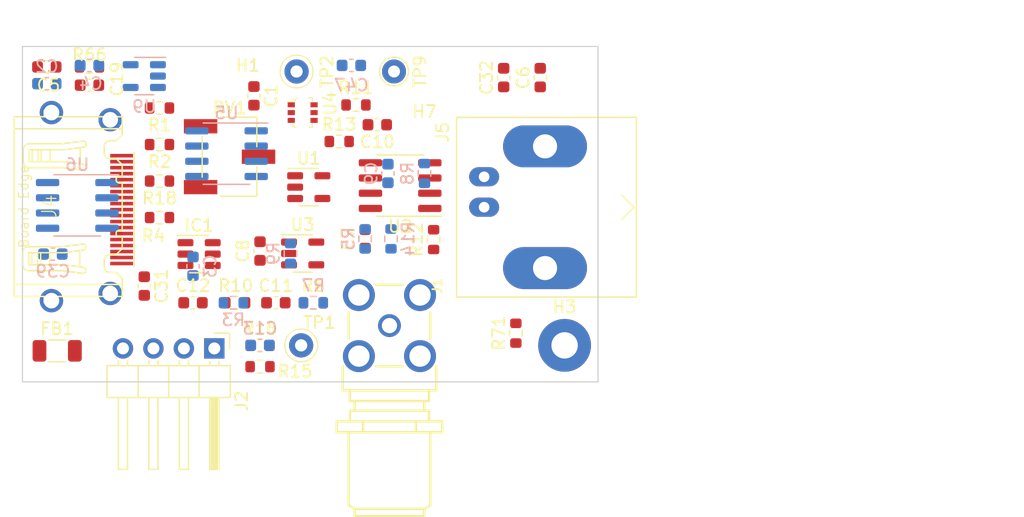
<source format=kicad_pcb>
(kicad_pcb (version 20211014) (generator pcbnew)
  (layers (0 "F.Cu" signal "Top") (1 "In1.Cu" power "Route2") (2 "In2.Cu" mixed "Route3") (3 "In3.Cu" mixed "Route14") (4 "In4.Cu" mixed "Route15") (31 "B.Cu" signal "Bottom") (34 "B.Paste" user) (35 "F.Paste" user) (36 "B.SilkS" user "B.Silkscreen") (37 "F.SilkS" user "F.Silkscreen") (38 "B.Mask" user) (39 "F.Mask" user) (44 "Edge.Cuts" user))
  (net 0 "")
  (net 1 "GND")
  (net 2 "Net-(C1-Pad2)")
  (net 3 "Net-(C7-Pad1)")
  (net 4 "Net-(C7-Pad2)")
  (net 5 "Net-(C8-Pad2)")
  (net 6 "/vsense/SDA")
  (net 7 "/vsense/SCL")
  (net 8 "/vsense/CAL_ADC")
  (net 9 "+5V")
  (net 10 "/vsense/CC")
  (net 11 "/vsense/OUT_N")
  (net 12 "/vsense/OUT_P")
  (net 13 "+15V")
  (net 14 "-15V")
  (net 15 "/vsense/CAL_DAC")
  (net 16 "+3V3")
  (net 17 "/vsense/CMD")
  (net 18 "/vsense/VCM")
  (net 19 "/vsense/AMP_OUT")
  (net 20 "Net-(C11-Pad2)")
  (net 21 "Net-(C12-Pad1)")
  (net 22 "Net-(R6-Pad1)")
  (net 26 "/SDA")
  (net 27 "/SCL")
  (net 28 "Net-(IC1-Pad1)")
  (net 29 "Net-(FB1-Pad1)")
  (net 30 "Net-(IC1-Pad6)")
  (net 31 "3V3_BUF")
  (net 32 "Net-(C5-Pad1)")
  (net 33 "Net-(C19-Pad1)")
  (net 34 "Net-(H3-Pad1)")
  (net 36 "Net-(C12-Pad2)")
  (net 37 "/vsense/SMA_OUT")
  (net 39 "Net-(R12-Pad1)")
  (net 44 "Net-(J5-Pad1)")
  (net 45 "Net-(C13-Pad2)")
  (footprint "Package_TO_SOT_SMD:TSOT-23-5" (layer "F.Cu") (at 23.368 -10.7188)
    (fp_text reference "U3" (at 0 -2.4) (layer "F.SilkS"))
    (fp_text value "OPA188xxDBV")
    (pad "1" smd roundrect (at -1.1375 -0.95) (size 1.325 0.6) (layers "F.Cu" "F.Paste" "F.Mask") (net 5 "Net-(C8-Pad2)"))
    (pad "2" smd roundrect (at -1.1375 0) (size 1.325 0.6) (layers "F.Cu" "F.Paste" "F.Mask") (net 14 "-15V"))
    (pad "3" smd roundrect (at -1.1375 0.95) (size 1.325 0.6) (layers "F.Cu" "F.Paste" "F.Mask") (net 20 "Net-(C11-Pad2)"))
    (pad "4" smd roundrect (at 1.1375 0.95) (size 1.325 0.6) (layers "F.Cu" "F.Paste" "F.Mask") (net 22 "Net-(R6-Pad1)"))
    (pad "5" smd roundrect (at 1.1375 -0.95) (size 1.325 0.6) (layers "F.Cu" "F.Paste" "F.Mask") (net 13 "+15V"))
  )
  (footprint "Resistor_SMD:R_0603_1608Metric" (layer "F.Cu") (at 17.78 -6.604)
    (fp_text reference "R10" (at 0 -1.43) (layer "F.SilkS"))
    (fp_text value "27.4k")
    (pad "1" smd roundrect (at -0.825 0) (size 0.8 0.95) (layers "F.Cu" "F.Paste" "F.Mask") (net 20 "Net-(C11-Pad2)"))
    (pad "2" smd roundrect (at 0.825 0) (size 0.8 0.95) (layers "F.Cu" "F.Paste" "F.Mask") (net 28 "Net-(IC1-Pad1)"))
  )
  (footprint "Package_SO:SOIC-8_3.9x4.9mm_P1.27mm" (layer "F.Cu") (at 31.496 -16.383 180)
    (fp_text reference "U2" (at 0 -3.4) (layer "F.SilkS"))
    (fp_text value "ADA4000-1")
    (pad "1" smd roundrect (at -2.475 -1.905 180) (size 1.95 0.6) (layers "F.Cu" "F.Paste" "F.Mask"))
    (pad "2" smd roundrect (at -2.475 -0.635 180) (size 1.95 0.6) (layers "F.Cu" "F.Paste" "F.Mask") (net 3 "Net-(C7-Pad1)"))
    (pad "3" smd roundrect (at -2.475 0.635 180) (size 1.95 0.6) (layers "F.Cu" "F.Paste" "F.Mask") (net 44 "Net-(J5-Pad1)"))
    (pad "4" smd roundrect (at -2.475 1.905 180) (size 1.95 0.6) (layers "F.Cu" "F.Paste" "F.Mask") (net 14 "-15V"))
    (pad "5" smd roundrect (at 2.475 1.905 180) (size 1.95 0.6) (layers "F.Cu" "F.Paste" "F.Mask"))
    (pad "6" smd roundrect (at 2.475 0.635 180) (size 1.95 0.6) (layers "F.Cu" "F.Paste" "F.Mask") (net 4 "Net-(C7-Pad2)"))
    (pad "7" smd roundrect (at 2.475 -0.635 180) (size 1.95 0.6) (layers "F.Cu" "F.Paste" "F.Mask") (net 13 "+15V"))
    (pad "8" smd roundrect (at 2.475 -1.905 180) (size 1.95 0.6) (layers "F.Cu" "F.Paste" "F.Mask"))
  )
  (footprint "Connector_PinHeader_2.54mm:PinHeader_1x04_P2.54mm_Horizontal" (layer "F.Cu") (at 16.002 -2.794 -90)
    (fp_text reference "J2" (at 4.385 -2.27 90) (layer "F.SilkS"))
    (fp_text value "Conn_01x04")
    (pad "1" thru_hole rect (at 0 0 270) (size 1.7 1.7) (drill 1) (layers *.Cu *.Mask) (net 9 "+5V"))
    (pad "2" thru_hole oval (at 0 2.54 270) (size 1.7 1.7) (drill 1) (layers *.Cu *.Mask) (net 14 "-15V"))
    (pad "3" thru_hole oval (at 0 5.08 270) (size 1.7 1.7) (drill 1) (layers *.Cu *.Mask) (net 13 "+15V"))
    (pad "4" thru_hole oval (at 0 7.62 270) (size 1.7 1.7) (drill 1) (layers *.Cu *.Mask) (net 1 "GND"))
  )
  (footprint "Resistor_SMD:R_0603_1608Metric" (layer "F.Cu") (at 26.416 -20.066)
    (fp_text reference "R13" (at 0 -1.43) (layer "F.SilkS"))
    (fp_text value "3.01k")
    (pad "1" smd roundrect (at -0.825 0) (size 0.8 0.95) (layers "F.Cu" "F.Paste" "F.Mask") (net 21 "Net-(C12-Pad1)"))
    (pad "2" smd roundrect (at 0.825 0) (size 0.8 0.95) (layers "F.Cu" "F.Paste" "F.Mask") (net 36 "Net-(C12-Pad2)"))
  )
  (footprint "Capacitor_SMD:C_0603_1608Metric" (layer "F.Cu") (at 43.18 -25.4 90)
    (fp_text reference "C6" (at 0 -1.43 90) (layer "F.SilkS"))
    (fp_text value "0.1u")
    (pad "1" smd roundrect (at -0.775 0 90) (size 0.9 0.95) (layers "F.Cu" "F.Paste" "F.Mask") (net 14 "-15V"))
    (pad "2" smd roundrect (at 0.775 0 90) (size 0.9 0.95) (layers "F.Cu" "F.Paste" "F.Mask") (net 1 "GND"))
  )
  (footprint "Capacitor_SMD:C_0603_1608Metric" (layer "F.Cu") (at 28.575 -11.938 90)
    (fp_text reference "C7" (at 0 -1.43 90) (layer "F.SilkS"))
    (fp_text value "4p")
    (pad "1" smd roundrect (at -0.775 0 90) (size 0.9 0.95) (layers "F.Cu" "F.Paste" "F.Mask") (net 3 "Net-(C7-Pad1)"))
    (pad "2" smd roundrect (at 0.775 0 90) (size 0.9 0.95) (layers "F.Cu" "F.Paste" "F.Mask") (net 4 "Net-(C7-Pad2)"))
  )
  (footprint "digikey-footprints:Test_Point_D1.02mm" (layer "F.Cu") (at 23.241 -3.048)
    (fp_text reference "TP1" (at 1.524 -1.905) (layer "F.SilkS"))
    (fp_text value "RCT-0C")
    (pad "1" thru_hole circle locked (at 0 0) (size 2.02 2.02) (drill 1.02) (layers *.Cu *.Mask) (net 45 "Net-(C13-Pad2)"))
  )
  (footprint "Resistor_SMD:R_0603_1608Metric" (layer "F.Cu") (at 11.43 -13.716)
    (fp_text reference "R4" (at -0.508 1.524) (layer "F.SilkS"))
    (fp_text value "DNI")
    (pad "1" smd roundrect (at -0.825 0) (size 0.8 0.95) (layers "F.Cu" "F.Paste" "F.Mask") (net 8 "/vsense/CAL_ADC"))
    (pad "2" smd roundrect (at 0.825 0) (size 0.8 0.95) (layers "F.Cu" "F.Paste" "F.Mask") (net 4 "Net-(C7-Pad2)"))
  )
  (footprint "Capacitor_SMD:C_0603_1608Metric" (layer "F.Cu") (at 10.16 -8.001 -90)
    (fp_text reference "C31" (at 0 -1.43 90) (layer "F.SilkS"))
    (fp_text value "0.1u")
    (pad "1" smd roundrect (at -0.775 0 270) (size 0.9 0.95) (layers "F.Cu" "F.Paste" "F.Mask") (net 1 "GND"))
    (pad "2" smd roundrect (at 0.775 0 270) (size 0.9 0.95) (layers "F.Cu" "F.Paste" "F.Mask") (net 14 "-15V"))
  )
  (footprint "Resistor_SMD:R_0603_1608Metric" (layer "F.Cu") (at 24.257 -6.604)
    (fp_text reference "R6" (at 0 -1.43) (layer "F.SilkS"))
    (fp_text value "33.2k")
    (pad "1" smd roundrect (at -0.825 0) (size 0.8 0.95) (layers "F.Cu" "F.Paste" "F.Mask") (net 22 "Net-(R6-Pad1)"))
    (pad "2" smd roundrect (at 0.825 0) (size 0.8 0.95) (layers "F.Cu" "F.Paste" "F.Mask") (net 31 "3V3_BUF"))
  )
  (footprint "Capacitor_SMD:C_0603_1608Metric" (layer "F.Cu") (at 19.812 -10.922 90)
    (fp_text reference "C8" (at 0 -1.43 90) (layer "F.SilkS"))
    (fp_text value "0.1u")
    (pad "1" smd roundrect (at -0.775 0 90) (size 0.9 0.95) (layers "F.Cu" "F.Paste" "F.Mask") (net 1 "GND"))
    (pad "2" smd roundrect (at 0.775 0 90) (size 0.9 0.95) (layers "F.Cu" "F.Paste" "F.Mask") (net 5 "Net-(C8-Pad2)"))
  )
  (footprint "Resistor_SMD:R_0603_1608Metric" (layer "F.Cu") (at 5.588 -26.289 180)
    (fp_text reference "R66" (at 0 1.016) (layer "F.SilkS"))
    (fp_text value "1")
    (pad "1" smd roundrect (at -0.825 0 180) (size 0.8 0.95) (layers "F.Cu" "F.Paste" "F.Mask") (net 16 "+3V3"))
    (pad "2" smd roundrect (at 0.825 0 180) (size 0.8 0.95) (layers "F.Cu" "F.Paste" "F.Mask") (net 32 "Net-(C5-Pad1)"))
  )
  (footprint "Resistor_SMD:R_0603_1608Metric" (layer "F.Cu") (at 41.148 -4.064 90)
    (fp_text reference "R71" (at 0 -1.43 90) (layer "F.SilkS"))
    (fp_text value "0")
    (pad "1" smd roundrect (at -0.825 0 90) (size 0.8 0.95) (layers "F.Cu" "F.Paste" "F.Mask") (net 34 "Net-(H3-Pad1)"))
    (pad "2" smd roundrect (at 0.825 0 90) (size 0.8 0.95) (layers "F.Cu" "F.Paste" "F.Mask") (net 1 "GND"))
  )
  (footprint "Capacitor_SMD:C_0603_1608Metric" (layer "F.Cu") (at 40.132 -25.4 90)
    (fp_text reference "C32" (at 0 -1.43 90) (layer "F.SilkS"))
    (fp_text value "0.1u")
    (pad "1" smd roundrect (at -0.775 0 90) (size 0.9 0.95) (layers "F.Cu" "F.Paste" "F.Mask") (net 1 "GND"))
    (pad "2" smd roundrect (at 0.775 0 90) (size 0.9 0.95) (layers "F.Cu" "F.Paste" "F.Mask") (net 13 "+15V"))
  )
  (footprint "Resistor_SMD:R_0603_1608Metric" (layer "F.Cu") (at 19.812 -3.048 180)
    (fp_text reference "R16" (at 0 1.397) (layer "F.SilkS"))
    (fp_text value "3k")
    (pad "1" smd roundrect (at -0.825 0 180) (size 0.8 0.95) (layers "F.Cu" "F.Paste" "F.Mask") (net 45 "Net-(C13-Pad2)"))
    (pad "2" smd roundrect (at 0.825 0 180) (size 0.8 0.95) (layers "F.Cu" "F.Paste" "F.Mask") (net 1 "GND"))
  )
  (footprint "digikey-footprints:SOT-363" (layer "F.Cu") (at 23.368 -22.479 -90)
    (fp_text reference "U4" (at -0.762 -2.286 90) (layer "F.SilkS"))
    (fp_text value "MCP4017T-103E_LT")
    (pad "1" smd rect locked (at -0.65 0.95 270) (size 0.42 0.6) (layers "F.Cu" "F.Paste" "F.Mask") (net 16 "+3V3"))
    (pad "2" smd rect locked (at 0 0.95 270) (size 0.42 0.6) (layers "F.Cu" "F.Paste" "F.Mask") (net 1 "GND"))
    (pad "3" smd rect locked (at 0.65 0.95 270) (size 0.42 0.6) (layers "F.Cu" "F.Paste" "F.Mask") (net 7 "/vsense/SCL"))
    (pad "4" smd rect locked (at 0.65 -0.95 270) (size 0.42 0.6) (layers "F.Cu" "F.Paste" "F.Mask") (net 6 "/vsense/SDA"))
    (pad "5" smd rect locked (at 0 -0.95 270) (size 0.42 0.6) (layers "F.Cu" "F.Paste" "F.Mask") (net 36 "Net-(C12-Pad2)"))
    (pad "6" smd rect locked (at -0.65 -0.95 270) (size 0.42 0.6) (layers "F.Cu" "F.Paste" "F.Mask") (net 1 "GND"))
  )
  (footprint "Package_TO_SOT_SMD:TSOT-23-6" (layer "F.Cu") (at 14.732 -10.668)
    (fp_text reference "IC1" (at 0 -2.4) (layer "F.SilkS"))
    (fp_text value "DAC101C081CIMK_NOPB")
    (pad "1" smd roundrect (at -1.1375 -0.95) (size 1.325 0.6) (layers "F.Cu" "F.Paste" "F.Mask") (net 28 "Net-(IC1-Pad1)"))
    (pad "2" smd roundrect (at -1.1375 0) (size 1.325 0.6) (layers "F.Cu" "F.Paste" "F.Mask") (net 9 "+5V"))
    (pad "3" smd roundrect (at -1.1375 0.95) (size 1.325 0.6) (layers "F.Cu" "F.Paste" "F.Mask") (net 1 "GND"))
    (pad "4" smd roundrect (at 1.1375 0.95) (size 1.325 0.6) (layers "F.Cu" "F.Paste" "F.Mask") (net 6 "/vsense/SDA"))
    (pad "5" smd roundrect (at 1.1375 0) (size 1.325 0.6) (layers "F.Cu" "F.Paste" "F.Mask") (net 7 "/vsense/SCL"))
    (pad "6" smd roundrect (at 1.1375 -0.95) (size 1.325 0.6) (layers "F.Cu" "F.Paste" "F.Mask") (net 30 "Net-(IC1-Pad6)"))
  )
  (footprint "Capacitor_SMD:C_0603_1608Metric" (layer "F.Cu") (at 21.1328 -6.604)
    (fp_text reference "C11" (at 0 -1.43) (layer "F.SilkS"))
    (fp_text value "0.1u")
    (pad "1" smd roundrect (at -0.775 0) (size 0.9 0.95) (layers "F.Cu" "F.Paste" "F.Mask") (net 1 "GND"))
    (pad "2" smd roundrect (at 0.775 0) (size 0.9 0.95) (layers "F.Cu" "F.Paste" "F.Mask") (net 20 "Net-(C11-Pad2)"))
  )
  (footprint "TestPoint:TestPoint_THTPad_D2.0mm_Drill1.0mm" (layer "F.Cu") (at 30.988 -25.908)
    (fp_text reference "TP9" (at 2.159 0 270) (layer "F.SilkS"))
    (fp_text value "DNI")
    (pad "1" thru_hole circle (at 0 0) (size 2 2) (drill 1) (layers *.Cu *.Mask) (net 1 "GND"))
  )
  (footprint "MountingHole:MountingHole_2.2mm_M2" (layer "F.Cu") (at 35.4076 -25.35)
    (fp_text reference "H7" (at -1.8796 2.794) (layer "F.SilkS"))
    (fp_text value "DNI")
    (pad "" np_thru_hole circle (at 0 0) (size 2.2 2.2) (drill 2.2) (layers *.Cu *.Mask))
  )
  (footprint "Resistor_SMD:R_0603_1608Metric" (layer "F.Cu") (at 27.813 -23.114)
    (fp_text reference "R11" (at 0 -1.43) (layer "F.SilkS"))
    (fp_text value "3.01k")
    (pad "1" smd roundrect (at -0.825 0) (size 0.8 0.95) (layers "F.Cu" "F.Paste" "F.Mask") (net 1 "GND"))
    (pad "2" smd roundrect (at 0.825 0) (size 0.8 0.95) (layers "F.Cu" "F.Paste" "F.Mask") (net 36 "Net-(C12-Pad2)"))
  )
  (footprint "Connector_Coaxial:BNC_Amphenol_B6252HB-NPP3G-50_Horizontal" (layer "F.Cu") (at 38.5012 -14.5796 -90)
    (fp_text reference "J5" (at -6.2484 3.4492 90) (layer "F.SilkS"))
    (fp_text value "Conn_Coaxial")
    (pad "1" thru_hole oval (at 0 0 270) (size 1.6 2.5) (drill 0.89) (layers *.Cu *.Mask) (net 44 "Net-(J5-Pad1)"))
    (pad "2" thru_hole oval (at -5.08 -5.08 270) (size 3.5 7) (drill 2.01) (layers *.Cu *.Mask) (net 1 "GND"))
    (pad "2" thru_hole oval (at -2.54 0 270) (size 1.6 2.5) (drill 0.89) (layers *.Cu *.Mask) (net 1 "GND"))
    (pad "2" thru_hole oval (at 5.08 -5.08 270) (size 3.5 7) (drill 2.01) (layers *.Cu *.Mask) (net 1 "GND"))
  )
  (footprint "covg-kicad:CONN_10029449-111RLF_HDMI_A" (layer "F.Cu") (at 4.318 -14.6304 -90)
    (fp_text reference "J4" (at 0 2.08 90) (layer "F.SilkS") (effects (font (size 1.2065 1.2065) (thickness 0.09652))))
    (fp_text value "HDMI_A" hide)
    (fp_text user "Board Edge" (at 0 4.2 90) (layer "F.SilkS") (effects (font (size 0.8 0.8) (thickness 0.1))))
    (pad "1" smd rect locked (at 4.75 -3.95 270) (size 0.3 1.9) (layers "F.Cu" "F.Paste" "F.Mask") (net 17 "/vsense/CMD"))
    (pad "2" smd rect locked (at 4.25 -3.95 270) (size 0.3 1.9) (layers "F.Cu" "F.Paste" "F.Mask") (net 1 "GND"))
    (pad "3" smd rect locked (at 3.75 -3.95 270) (size 0.3 1.9) (layers "F.Cu" "F.Paste" "F.Mask") (net 15 "/vsense/CAL_DAC"))
    (pad "4" smd rect locked (at 3.25 -3.95 270) (size 0.3 1.9) (layers "F.Cu" "F.Paste" "F.Mask") (net 12 "/vsense/OUT_P"))
    (pad "5" smd rect locked (at 2.75 -3.95 270) (size 0.3 1.9) (layers "F.Cu" "F.Paste" "F.Mask") (net 1 "GND"))
    (pad "6" smd rect locked (at 2.25 -3.95 270) (size 0.3 1.9) (layers "F.Cu" "F.Paste" "F.Mask") (net 11 "/vsense/OUT_N"))
    (pad "7" smd rect locked (at 1.75 -3.95 270) (size 0.3 1.9) (layers "F.Cu" "F.Paste" "F.Mask") (net 10 "/vsense/CC"))
    (pad "8" smd rect locked (at 1.25 -3.95 270) (size 0.3 1.9) (layers "F.Cu" "F.Paste" "F.Mask") (net 1 "GND"))
    (pad "9" smd rect locked (at 0.75 -3.95 270) (size 0.3 1.9) (layers "F.Cu" "F.Paste" "F.Mask") (net 8 "/vsense/CAL_ADC"))
    (pad "10" smd rect locked (at 0.25 -3.95 270) (size 0.3 1.9) (layers "F.Cu" "F.Paste" "F.Mask") (net 13 "+15V"))
    (pad "11" smd rect locked (at -0.25 -3.95 270) (size 0.3 1.9) (layers "F.Cu" "F.Paste" "F.Mask") (net 1 "GND"))
    (pad "12" smd rect locked (at -0.75 -3.95 270) (size 0.3 1.9) (layers "F.Cu" "F.Paste" "F.Mask") (net 18 "/vsense/VCM"))
    (pad "13" smd rect locked (at -1.25 -3.95 270) (size 0.3 1.9) (layers "F.Cu" "F.Paste" "F.Mask") (net 14 "-15V"))
    (pad "14" smd rect locked (at -1.75 -3.95 270) (size 0.3 1.9) (layers "F.Cu" "F.Paste" "F.Mask"))
    (pad "15" smd rect locked (at -2.25 -3.95 270) (size 0.3 1.9) (layers "F.Cu" "F.Paste" "F.Mask") (net 7 "/vsense/SCL"))
    (pad "16" smd rect locked (at -2.75 -3.95 270) (size 0.3 1.9) (layers "F.Cu" "F.Paste" "F.Mask") (net 6 "/vsense/SDA"))
    (pad "17" smd rect locked (at -3.25 -3.95 270) (size 0.3 1.9) (layers "F.Cu" "F.Paste" "F.Mask") (net 1 "GND"))
    (pad "18" smd rect locked (at -3.75 -3.95 270) (size 0.3 1.9) (layers "F.Cu" "F.Paste" "F.Mask") (net 9 "+5V"))
    (pad "19" smd rect locked (at -4.25 -3.95 270) (size 0.3 1.9) (layers "F.Cu" "F.Paste" "F.Mask") (net 19 "/vsense/AMP_OUT"))
    (pad "SH" thru_hole circle locked (at 7.25 -3 270) (size 1.95 1.95) (drill 1.3) (layers *.Cu *.Mask) (net 29 "Net-(FB1-Pad1)"))
    (pad "SH" thru_hole circle locked (at 7.85 1.9 270) (size 1.95 1.95) (drill 1.3) (layers *.Cu *.Mask) (net 29 "Net-(FB1-Pad1)"))
    (pad "SH" thru_hole circle locked (at -7.25 -3 270) (size 1.95 1.95) (drill 1.3) (layers *.Cu *.Mask) (net 29 "Net-(FB1-Pad1)"))
    (pad "SH" thru_hole circle locked (at -7.85 1.9 270) (size 1.95 1.95) (drill 1.3) (layers *.Cu *.Mask) (net 29 "Net-(FB1-Pad1)"))
  )
  (footprint "Package_TO_SOT_SMD:TSOT-23-5" (layer "F.Cu") (at 23.876 -16.256)
    (fp_text reference "U1" (at 0 -2.4) (layer "F.SilkS"))
    (fp_text value "OPA188xxDBV")
    (pad "1" smd roundrect (at -1.1375 -0.95) (size 1.325 0.6) (layers "F.Cu" "F.Paste" "F.Mask") (net 31 "3V3_BUF"))
    (pad "2" smd roundrect (at -1.1375 0) (size 1.325 0.6) (layers "F.Cu" "F.Paste" "F.Mask") (net 14 "-15V"))
    (pad "3" smd roundrect (at -1.1375 0.95) (size 1.325 0.6) (layers "F.Cu" "F.Paste" "F.Mask") (net 16 "+3V3"))
    (pad "4" smd roundrect (at 1.1375 0.95) (size 1.325 0.6) (layers "F.Cu" "F.Paste" "F.Mask") (net 31 "3V3_BUF"))
    (pad "5" smd roundrect (at 1.1375 -0.95) (size 1.325 0.6) (layers "F.Cu" "F.Paste" "F.Mask") (net 13 "+15V"))
  )
  (footprint "Resistor_SMD:R_0603_1608Metric" (layer "F.Cu") (at 11.43 -22.86 180)
    (fp_text reference "R1" (at 0 -1.43) (layer "F.SilkS"))
    (fp_text value "3k")
    (pad "1" smd roundrect (at -0.825 0 180) (size 0.8 0.95) (layers "F.Cu" "F.Paste" "F.Mask") (net 2 "Net-(C1-Pad2)"))
    (pad "2" smd roundrect (at 0.825 0 180) (size 0.8 0.95) (layers "F.Cu" "F.Paste" "F.Mask") (net 1 "GND"))
  )
  (footprint "MountingHole:MountingHole_2.2mm_M2_Pad" (layer "F.Cu") (at 45.212 -3.048)
    (fp_text reference "H3" (at 0 -3.2) (layer "F.SilkS"))
    (fp_text value "DNI")
    (pad "1" thru_hole circle (at 0 0) (size 4.4 4.4) (drill 2.2) (layers *.Cu *.Mask) (net 34 "Net-(H3-Pad1)"))
  )
  (footprint "Resistor_SMD:R_0603_1608Metric" (layer "F.Cu") (at 34.29 -11.875 90)
    (fp_text reference "R12" (at 0 -1.43 90) (layer "F.SilkS"))
    (fp_text value "DNI")
    (pad "1" smd roundrect (at -0.825 0 90) (size 0.8 0.95) (layers "F.Cu" "F.Paste" "F.Mask") (net 39 "Net-(R12-Pad1)"))
    (pad "2" smd roundrect (at 0.825 0 90) (size 0.8 0.95) (layers "F.Cu" "F.Paste" "F.Mask") (net 44 "Net-(J5-Pad1)"))
  )
  (footprint "digikey-footprints:Test_Point_D1.02mm" (layer "F.Cu") (at 22.86 -25.908)
    (fp_text reference "TP2" (at 2.54 0 270) (layer "F.SilkS"))
    (fp_text value "RCT-0C")
    (pad "1" thru_hole circle locked (at 0 0) (size 2.02 2.02) (drill 1.02) (layers *.Cu *.Mask) (net 2 "Net-(C1-Pad2)"))
  )
  (footprint "Capacitor_SMD:C_1206_3216Metric" (layer "F.Cu") (at 2.8956 -2.5908)
    (fp_text reference "FB1" (at 0 -1.85) (layer "F.SilkS"))
    (fp_text value "Ferrite_Bead")
    (pad "1" smd roundrect (at -1.475 0) (size 1.15 1.8) (layers "F.Cu" "F.Paste" "F.Mask") (roundrect_rratio 0.217391) (net 29 "Net-(FB1-Pad1)"))
    (pad "2" smd roundrect (at 1.475 0) (size 1.15 1.8) (layers "F.Cu" "F.Paste" "F.Mask") (roundrect_rratio 0.217391) (net 1 "GND"))
  )
  (footprint "Resistor_SMD:R_0603_1608Metric" (layer "F.Cu") (at 11.43 -16.764 180)
    (fp_text reference "R18" (at 0 -1.43) (layer "F.SilkS"))
    (fp_text value "33")
    (pad "1" smd roundrect (at -0.825 0 180) (size 0.8 0.95) (layers "F.Cu" "F.Paste" "F.Mask") (net 19 "/vsense/AMP_OUT"))
    (pad "2" smd roundrect (at 0.825 0 180) (size 0.8 0.95) (layers "F.Cu" "F.Paste" "F.Mask") (net 4 "Net-(C7-Pad2)"))
  )
  (footprint "Capacitor_SMD:C_0603_1608Metric" (layer "F.Cu") (at 5.588 -24.765 180)
    (fp_text reference "C19" (at -2.286 0.508 90) (layer "F.SilkS"))
    (fp_text value "0.01u")
    (pad "1" smd roundrect (at -0.775 0 180) (size 0.9 0.95) (layers "F.Cu" "F.Paste" "F.Mask") (net 33 "Net-(C19-Pad1)"))
    (pad "2" smd roundrect (at 0.775 0 180) (size 0.9 0.95) (layers "F.Cu" "F.Paste" "F.Mask") (net 1 "GND"))
  )
  (footprint "Capacitor_SMD:C_0603_1608Metric" (layer "F.Cu") (at 14.224 -6.604)
    (fp_text reference "C12" (at 0 -1.43) (layer "F.SilkS"))
    (fp_text value "10p")
    (pad "1" smd roundrect (at -0.775 0) (size 0.9 0.95) (layers "F.Cu" "F.Paste" "F.Mask") (net 21 "Net-(C12-Pad1)"))
    (pad "2" smd roundrect (at 0.775 0) (size 0.9 0.95) (layers "F.Cu" "F.Paste" "F.Mask") (net 36 "Net-(C12-Pad2)"))
  )
  (footprint "Potentiometer_SMD:Potentiometer_Bourns_3269W_Vertical" (layer "F.Cu") (at 17.272 -18.796 90)
    (fp_text reference "RV1" (at 4.064 0 180) (layer "F.SilkS"))
    (fp_text value "10k")
    (pad "1" smd rect (at 2.54 -2.415 90) (size 1.19 2.79) (layers "F.Cu" "F.Paste" "F.Mask") (net 21 "Net-(C12-Pad1)"))
    (pad "2" smd rect (at 0 2.415 90) (size 1.19 2.79) (layers "F.Cu" "F.Paste" "F.Mask") (net 36 "Net-(C12-Pad2)"))
    (pad "3" smd rect (at -2.54 -2.415 90) (size 1.19 2.79) (layers "F.Cu" "F.Paste" "F.Mask"))
  )
  (footprint "Capacitor_SMD:C_0603_1608Metric" (layer "F.Cu") (at 29.591 -21.463 180)
    (fp_text reference "C10" (at 0 -1.43) (layer "F.SilkS"))
    (fp_text value "0.1u")
    (pad "1" smd roundrect (at -0.775 0 180) (size 0.9 0.95) (layers "F.Cu" "F.Paste" "F.Mask") (net 14 "-15V"))
    (pad "2" smd roundrect (at 0.775 0 180) (size 0.9 0.95) (layers "F.Cu" "F.Paste" "F.Mask") (net 1 "GND"))
  )
  (footprint "Resistor_SMD:R_0603_1608Metric" (layer "F.Cu") (at 19.812 -1.27 180)
    (fp_text reference "R15" (at -2.921 -0.381) (layer "F.SilkS"))
    (fp_text value "30k")
    (pad "1" smd roundrect (at -0.825 0 180) (size 0.8 0.95) (layers "F.Cu" "F.Paste" "F.Mask") (net 45 "Net-(C13-Pad2)"))
    (pad "2" smd roundrect (at 0.825 0 180) (size 0.8 0.95) (layers "F.Cu" "F.Paste" "F.Mask") (net 10 "/vsense/CC"))
  )
  (footprint "MountingHole:MountingHole_2.2mm_M2" (layer "F.Cu") (at 15.24 -25.35 180)
    (fp_text reference "H1" (at -3.556 1.0668) (layer "F.SilkS"))
    (fp_text value "DNI")
    (pad "" np_thru_hole circle (at 0 0 180) (size 2.2 2.2) (drill 2.2) (layers *.Cu *.Mask))
  )
  (footprint "Resistor_SMD:R_0603_1608Metric" (layer "F.Cu") (at 11.43 -19.812 180)
    (fp_text reference "R2" (at 0 -1.43) (layer "F.SilkS"))
    (fp_text value "30k")
    (pad "1" smd roundrect (at -0.825 0 180) (size 0.8 0.95) (layers "F.Cu" "F.Paste" "F.Mask") (net 2 "Net-(C1-Pad2)"))
    (pad "2" smd roundrect (at 0.825 0 180) (size 0.8 0.95) (layers "F.Cu" "F.Paste" "F.Mask") (net 17 "/vsense/CMD"))
  )
  (footprint "Capacitor_SMD:C_0603_1608Metric" (layer "F.Cu") (at 2.032 -26.289 180)
    (fp_text reference "C5" (at -0.14058 -1.524) (layer "F.SilkS"))
    (fp_text value "4.7u")
    (pad "1" smd roundrect (at -0.775 0 180) (size 0.9 0.95) (layers "F.Cu" "F.Paste" "F.Mask") (net 32 "Net-(C5-Pad1)"))
    (pad "2" smd roundrect (at 0.775 0 180) (size 0.9 0.95) (layers "F.Cu" "F.Paste" "F.Mask") (net 1 "GND"))
  )
  (footprint "Capacitor_SMD:C_0603_1608Metric" (layer "F.Cu") (at 19.304 -23.876 -90)
    (fp_text reference "C1" (at 0 -1.43 90) (layer "F.SilkS"))
    (fp_text value "DNI")
    (pad "1" smd roundrect (at -0.775 0 270) (size 0.9 0.95) (layers "F.Cu" "F.Paste" "F.Mask") (net 1 "GND"))
    (pad "2" smd roundrect (at 0.775 0 270) (size 0.9 0.95) (layers "F.Cu" "F.Paste" "F.Mask") (net 2 "Net-(C1-Pad2)"))
  )
  (footprint "covg-kicad:BU-SMA-G" (layer "F.Cu") (at 30.607 -4.699 -90)
    (fp_text reference "J1" (at -2.54 -4.445 90) (layer "F.SilkS") (effects (font (size 0.77216 0.77216) (thickness 0.14671)) (justify left bottom)))
    (fp_text value "Conn_Coaxial")
    (pad "1" thru_hole circle locked (at 0 0 270) (size 1.905 1.905) (drill 1.27) (layers *.Cu *.Mask) (net 37 "/vsense/SMA_OUT"))
    (pad "2" thru_hole circle locked (at -2.5499 -2.5499 270) (size 2.667 2.667) (drill 1.778) (layers *.Cu *.Mask) (net 1 "GND"))
    (pad "3" thru_hole circle locked (at 2.5499 -2.5499 270) (size 2.667 2.667) (drill 1.778) (layers *.Cu *.Mask))
    (pad "4" thru_hole circle locked (at 2.5499 2.5499 270) (size 2.667 2.667) (drill 1.778) (layers *.Cu *.Mask))
    (pad "5" thru_hole circle locked (at -2.5499 2.5499 270) (size 2.667 2.667) (drill 1.778) (layers *.Cu *.Mask))
  )
  (footprint "Package_TO_SOT_SMD:SOT-23-5" (layer "B.Cu") (at 10.16 -25.527 180)
    (fp_text reference "U9" (at 0 -2.54) (layer "B.SilkS") (effects (justify mirror)))
    (fp_text value "LP2981A-33DBVT")
    (pad "1" smd roundrect (at -1.1375 0.95 180) (size 1.325 0.6) (layers "B.Cu" "B.Paste" "B.Mask") (net 9 "+5V"))
    (pad "2" smd roundrect (at -1.1375 0 180) (size 1.325 0.6) (layers "B.Cu" "B.Paste" "B.Mask") (net 1 "GND"))
    (pad "3" smd roundrect (at -1.1375 -0.95 180) (size 1.325 0.6) (layers "B.Cu" "B.Paste" "B.Mask") (net 9 "+5V"))
    (pad "4" smd roundrect (at 1.1375 -0.95 180) (size 1.325 0.6) (layers "B.Cu" "B.Paste" "B.Mask") (net 33 "Net-(C19-Pad1)"))
    (pad "5" smd roundrect (at 1.1375 0.95 180) (size 1.325 0.6) (layers "B.Cu" "B.Paste" "B.Mask") (net 16 "+3V3"))
  )
  (footprint "Capacitor_SMD:C_0603_1608Metric" (layer "B.Cu") (at 2.032 -24.892 180)
    (fp_text reference "C2" (at 0 1.43) (layer "B.SilkS") (effects (justify mirror)))
    (fp_text value "0.1u")
    (pad "1" smd roundrect (at -0.775 0 180) (size 0.9 0.95) (layers "B.Cu" "B.Paste" "B.Mask") (net 1 "GND"))
    (pad "2" smd roundrect (at 0.775 0 180) (size 0.9 0.95) (layers "B.Cu" "B.Paste" "B.Mask") (net 13 "+15V"))
  )
  (footprint "Package_SO:SOIC-8_3.9x4.9mm_P1.27mm" (layer "B.Cu") (at 4.572 -14.732 180)
    (fp_text reference "U6" (at 0 3.4) (layer "B.SilkS") (effects (justify mirror)))
    (fp_text value "24AA025UID")
    (pad "1" smd roundrect (at -2.475 1.905 180) (size 1.95 0.6) (layers "B.Cu" "B.Paste" "B.Mask") (net 1 "GND"))
    (pad "2" smd roundrect (at -2.475 0.635 180) (size 1.95 0.6) (layers "B.Cu" "B.Paste" "B.Mask") (net 1 "GND"))
    (pad "3" smd roundrect (at -2.475 -0.635 180) (size 1.95 0.6) (layers "B.Cu" "B.Paste" "B.Mask") (net 1 "GND"))
    (pad "4" smd roundrect (at -2.475 -1.905 180) (size 1.95 0.6) (layers "B.Cu" "B.Paste" "B.Mask") (net 1 "GND"))
    (pad "5" smd roundrect (at 2.475 -1.905 180) (size 1.95 0.6) (layers "B.Cu" "B.Paste" "B.Mask") (net 26 "/SDA"))
    (pad "6" smd roundrect (at 2.475 -0.635 180) (size 1.95 0.6) (layers "B.Cu" "B.Paste" "B.Mask") (net 27 "/SCL"))
    (pad "7" smd roundrect (at 2.475 0.635 180) (size 1.95 0.6) (layers "B.Cu" "B.Paste" "B.Mask"))
    (pad "8" smd roundrect (at 2.475 1.905 180) (size 1.95 0.6) (layers "B.Cu" "B.Paste" "B.Mask") (net 16 "+3V3"))
  )
  (footprint "Capacitor_SMD:C_0603_1608Metric" (layer "B.Cu") (at 2.54 -10.668)
    (fp_text reference "C39" (at 0 1.43) (layer "B.SilkS") (effects (justify mirror)))
    (fp_text value "0.1u")
    (pad "1" smd roundrect (at -0.775 0) (size 0.9 0.95) (layers "B.Cu" "B.Paste" "B.Mask") (net 1 "GND"))
    (pad "2" smd roundrect (at 0.775 0) (size 0.9 0.95) (layers "B.Cu" "B.Paste" "B.Mask") (net 9 "+5V"))
  )
  (footprint "Resistor_SMD:R_0603_1608Metric" (layer "B.Cu") (at 17.589 -6.604)
    (fp_text reference "R3" (at 0 1.43) (layer "B.SilkS") (effects (justify mirror)))
    (fp_text value "10k")
    (pad "1" smd roundrect (at -0.825 0) (size 0.8 0.95) (layers "B.Cu" "B.Paste" "B.Mask") (net 30 "Net-(IC1-Pad6)"))
    (pad "2" smd roundrect (at 0.825 0) (size 0.8 0.95) (layers "B.Cu" "B.Paste" "B.Mask") (net 1 "GND"))
  )
  (footprint "Resistor_SMD:R_0603_1608Metric" (layer "B.Cu") (at 30.734 -11.938 90)
    (fp_text reference "R14" (at 0 1.43 90) (layer "B.SilkS") (effects (justify mirror)))
    (fp_text value "33")
    (pad "1" smd roundrect (at -0.825 0 90) (size 0.8 0.95) (layers "B.Cu" "B.Paste" "B.Mask") (net 37 "/vsense/SMA_OUT"))
    (pad "2" smd roundrect (at 0.825 0 90) (size 0.8 0.95) (layers "B.Cu" "B.Paste" "B.Mask") (net 4 "Net-(C7-Pad2)"))
  )
  (footprint "Resistor_SMD:R_0603_1608Metric" (layer "B.Cu") (at 22.352 -10.7188 -90)
    (fp_text reference "R9" (at 0 1.43 90) (layer "B.SilkS") (effects (justify mirror)))
    (fp_text value "10k")
    (pad "1" smd roundrect (at -0.825 0 270) (size 0.8 0.95) (layers "B.Cu" "B.Paste" "B.Mask") (net 5 "Net-(C8-Pad2)"))
    (pad "2" smd roundrect (at 0.825 0 270) (size 0.8 0.95) (layers "B.Cu" "B.Paste" "B.Mask") (net 22 "Net-(R6-Pad1)"))
  )
  (footprint "Capacitor_SMD:C_0603_1608Metric" (layer "B.Cu") (at 30.48 -17.399 90)
    (fp_text reference "C9" (at 0 -1.397 90) (layer "B.SilkS") (effects (justify mirror)))
    (fp_text value "0.1u")
    (pad "1" smd roundrect (at -0.775 0 90) (size 0.9 0.95) (layers "B.Cu" "B.Paste" "B.Mask") (net 1 "GND"))
    (pad "2" smd roundrect (at 0.775 0 90) (size 0.9 0.95) (layers "B.Cu" "B.Paste" "B.Mask") (net 13 "+15V"))
  )
  (footprint "Capacitor_SMD:C_0603_1608Metric" (layer "B.Cu") (at 19.812 -3.048 180)
    (fp_text reference "C13" (at 0 1.43) (layer "B.SilkS") (effects (justify mirror)))
    (fp_text value "DNI")
    (pad "1" smd roundrect (at -0.775 0 180) (size 0.9 0.95) (layers "B.Cu" "B.Paste" "B.Mask") (net 1 "GND"))
    (pad "2" smd roundrect (at 0.775 0 180) (size 0.9 0.95) (layers "B.Cu" "B.Paste" "B.Mask") (net 45 "Net-(C13-Pad2)"))
  )
  (footprint "Resistor_SMD:R_0603_1608Metric" (layer "B.Cu") (at 24.257 -6.604 180)
    (fp_text reference "R7" (at 0 1.43) (layer "B.SilkS") (effects (justify mirror)))
    (fp_text value "27.4k")
    (pad "1" smd roundrect (at -0.825 0 180) (size 0.8 0.95) (layers "B.Cu" "B.Paste" "B.Mask") (net 1 "GND"))
    (pad "2" smd roundrect (at 0.825 0 180) (size 0.8 0.95) (layers "B.Cu" "B.Paste" "B.Mask") (net 22 "Net-(R6-Pad1)"))
  )
  (footprint "Resistor_SMD:R_0603_1608Metric" (layer "B.Cu") (at 33.528 -17.399 -90)
    (fp_text reference "R8" (at 0 1.43 90) (layer "B.SilkS") (effects (justify mirror)))
    (fp_text value "3.01k")
    (pad "1" smd roundrect (at -0.825 0 270) (size 0.8 0.95) (layers "B.Cu" "B.Paste" "B.Mask") (net 3 "Net-(C7-Pad1)"))
    (pad "2" smd roundrect (at 0.825 0 270) (size 0.8 0.95) (layers "B.Cu" "B.Paste" "B.Mask") (net 5 "Net-(C8-Pad2)"))
  )
  (footprint "Package_SO:SOIC-8_3.9x4.9mm_P1.27mm" (layer "B.Cu") (at 17.018 -19.05 180)
    (fp_text reference "U5" (at 0 3.4) (layer "B.SilkS") (effects (justify mirror)))
    (fp_text value "OPA1641")
    (pad "1" smd roundrect (at -2.475 1.905 180) (size 1.95 0.6) (layers "B.Cu" "B.Paste" "B.Mask"))
    (pad "2" smd roundrect (at -2.475 0.635 180) (size 1.95 0.6) (layers "B.Cu" "B.Paste" "B.Mask") (net 36 "Net-(C12-Pad2)"))
    (pad "3" smd roundrect (at -2.475 -0.635 180) (size 1.95 0.6) (layers "B.Cu" "B.Paste" "B.Mask") (net 39 "Net-(R12-Pad1)"))
    (pad "4" smd roundrect (at -2.475 -1.905 180) (size 1.95 0.6) (layers "B.Cu" "B.Paste" "B.Mask") (net 14 "-15V"))
    (pad "5" smd roundrect (at 2.475 -1.905 180) (size 1.95 0.6) (layers "B.Cu" "B.Paste" "B.Mask"))
    (pad "6" smd roundrect (at 2.475 -0.635 180) (size 1.95 0.6) (layers "B.Cu" "B.Paste" "B.Mask") (net 21 "Net-(C12-Pad1)"))
    (pad "7" smd roundrect (at 2.475 0.635 180) (size 1.95 0.6) (layers "B.Cu" "B.Paste" "B.Mask") (net 13 "+15V"))
    (pad "8" smd roundrect (at 2.475 1.905 180) (size 1.95 0.6) (layers "B.Cu" "B.Paste" "B.Mask"))
  )
  (footprint "Resistor_SMD:R_0603_1608Metric" (layer "B.Cu") (at 28.575 -11.938 90)
    (fp_text reference "R5" (at 0 -1.397 90) (layer "B.SilkS") (effects (justify mirror)))
    (fp_text value "60.4k")
    (pad "1" smd roundrect (at -0.825 0 90) (size 0.8 0.95) (layers "B.Cu" "B.Paste" "B.Mask") (net 3 "Net-(C7-Pad1)"))
    (pad "2" smd roundrect (at 0.825 0 90) (size 0.8 0.95) (layers "B.Cu" "B.Paste" "B.Mask") (net 4 "Net-(C7-Pad2)"))
  )
  (footprint "Capacitor_SMD:C_0603_1608Metric" (layer "B.Cu") (at 5.588 -26.416)
    (fp_text reference "C4" (at 0.127 1.524 180) (layer "B.SilkS") (effects (justify mirror)))
    (fp_text value "0.1u")
    (pad "1" smd roundrect (at -0.775 0) (size 0.9 0.95) (layers "B.Cu" "B.Paste" "B.Mask") (net 9 "+5V"))
    (pad "2" smd roundrect (at 0.775 0) (size 0.9 0.95) (layers "B.Cu" "B.Paste" "B.Mask") (net 1 "GND"))
  )
  (footprint "Capacitor_SMD:C_0603_1608Metric" (layer "B.Cu") (at 14.224 -9.652 90)
    (fp_text reference "C3" (at 0 1.43 90) (layer "B.SilkS") (effects (justify mirror)))
    (fp_text value "0.1u")
    (pad "1" smd roundrect (at -0.775 0 90) (size 0.9 0.95) (layers "B.Cu" "B.Paste" "B.Mask") (net 1 "GND"))
    (pad "2" smd roundrect (at 0.775 0 90) (size 0.9 0.95) (layers "B.Cu" "B.Paste" "B.Mask") (net 9 "+5V"))
  )
  (footprint "Capacitor_SMD:C_0603_1608Metric" (layer "B.Cu") (at 27.432 -26.416 180)
    (fp_text reference "C47" (at 0 -1.651) (layer "B.SilkS") (effects (justify mirror)))
    (fp_text value "0.1u")
    (pad "1" smd roundrect (at -0.775 0 180) (size 0.9 0.95) (layers "B.Cu" "B.Paste" "B.Mask") (net 1 "GND"))
    (pad "2" smd roundrect (at 0.775 0 180) (size 0.9 0.95) (layers "B.Cu" "B.Paste" "B.Mask") (net 16 "+3V3"))
  )
  (gr_line (start 48 -28) (end 48 0) (layer "Edge.Cuts") (width 0.1))
  (gr_line (start 0 -28) (end 0 0) (layer "Edge.Cuts") (width 0.1))
  (gr_line (start 0 0) (end 48 0) (layer "Edge.Cuts") (width 0.1))
  (gr_line (start 0 -28) (end 48 -28) (layer "Edge.Cuts") (width 0.1))
)
</source>
